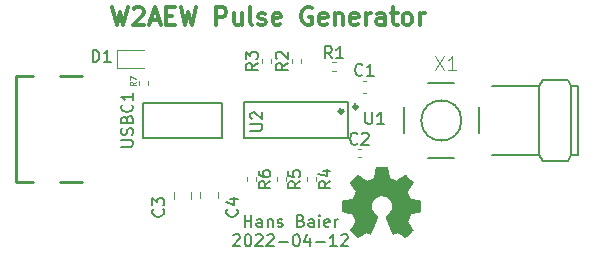
<source format=gbr>
%TF.GenerationSoftware,KiCad,Pcbnew,6.0.4-6f826c9f35~116~ubuntu20.04.1*%
%TF.CreationDate,2022-04-28T13:00:12+07:00*%
%TF.ProjectId,W2AEWPulseGenerator,57324145-5750-4756-9c73-6547656e6572,rev?*%
%TF.SameCoordinates,Original*%
%TF.FileFunction,Legend,Top*%
%TF.FilePolarity,Positive*%
%FSLAX46Y46*%
G04 Gerber Fmt 4.6, Leading zero omitted, Abs format (unit mm)*
G04 Created by KiCad (PCBNEW 6.0.4-6f826c9f35~116~ubuntu20.04.1) date 2022-04-28 13:00:12*
%MOMM*%
%LPD*%
G01*
G04 APERTURE LIST*
%ADD10C,0.150000*%
%ADD11C,0.300000*%
%ADD12C,0.125000*%
%ADD13C,0.101600*%
%ADD14C,0.120000*%
%ADD15C,0.010000*%
%ADD16C,0.200000*%
%ADD17C,0.250000*%
G04 APERTURE END LIST*
D10*
X117255238Y-83927380D02*
X117255238Y-82927380D01*
X117255238Y-83403571D02*
X117826666Y-83403571D01*
X117826666Y-83927380D02*
X117826666Y-82927380D01*
X118731428Y-83927380D02*
X118731428Y-83403571D01*
X118683809Y-83308333D01*
X118588571Y-83260714D01*
X118398095Y-83260714D01*
X118302857Y-83308333D01*
X118731428Y-83879761D02*
X118636190Y-83927380D01*
X118398095Y-83927380D01*
X118302857Y-83879761D01*
X118255238Y-83784523D01*
X118255238Y-83689285D01*
X118302857Y-83594047D01*
X118398095Y-83546428D01*
X118636190Y-83546428D01*
X118731428Y-83498809D01*
X119207619Y-83260714D02*
X119207619Y-83927380D01*
X119207619Y-83355952D02*
X119255238Y-83308333D01*
X119350476Y-83260714D01*
X119493333Y-83260714D01*
X119588571Y-83308333D01*
X119636190Y-83403571D01*
X119636190Y-83927380D01*
X120064761Y-83879761D02*
X120160000Y-83927380D01*
X120350476Y-83927380D01*
X120445714Y-83879761D01*
X120493333Y-83784523D01*
X120493333Y-83736904D01*
X120445714Y-83641666D01*
X120350476Y-83594047D01*
X120207619Y-83594047D01*
X120112380Y-83546428D01*
X120064761Y-83451190D01*
X120064761Y-83403571D01*
X120112380Y-83308333D01*
X120207619Y-83260714D01*
X120350476Y-83260714D01*
X120445714Y-83308333D01*
X122017142Y-83403571D02*
X122160000Y-83451190D01*
X122207619Y-83498809D01*
X122255238Y-83594047D01*
X122255238Y-83736904D01*
X122207619Y-83832142D01*
X122160000Y-83879761D01*
X122064761Y-83927380D01*
X121683809Y-83927380D01*
X121683809Y-82927380D01*
X122017142Y-82927380D01*
X122112380Y-82975000D01*
X122160000Y-83022619D01*
X122207619Y-83117857D01*
X122207619Y-83213095D01*
X122160000Y-83308333D01*
X122112380Y-83355952D01*
X122017142Y-83403571D01*
X121683809Y-83403571D01*
X123112380Y-83927380D02*
X123112380Y-83403571D01*
X123064761Y-83308333D01*
X122969523Y-83260714D01*
X122779047Y-83260714D01*
X122683809Y-83308333D01*
X123112380Y-83879761D02*
X123017142Y-83927380D01*
X122779047Y-83927380D01*
X122683809Y-83879761D01*
X122636190Y-83784523D01*
X122636190Y-83689285D01*
X122683809Y-83594047D01*
X122779047Y-83546428D01*
X123017142Y-83546428D01*
X123112380Y-83498809D01*
X123588571Y-83927380D02*
X123588571Y-83260714D01*
X123588571Y-82927380D02*
X123540952Y-82975000D01*
X123588571Y-83022619D01*
X123636190Y-82975000D01*
X123588571Y-82927380D01*
X123588571Y-83022619D01*
X124445714Y-83879761D02*
X124350476Y-83927380D01*
X124160000Y-83927380D01*
X124064761Y-83879761D01*
X124017142Y-83784523D01*
X124017142Y-83403571D01*
X124064761Y-83308333D01*
X124160000Y-83260714D01*
X124350476Y-83260714D01*
X124445714Y-83308333D01*
X124493333Y-83403571D01*
X124493333Y-83498809D01*
X124017142Y-83594047D01*
X124921904Y-83927380D02*
X124921904Y-83260714D01*
X124921904Y-83451190D02*
X124969523Y-83355952D01*
X125017142Y-83308333D01*
X125112380Y-83260714D01*
X125207619Y-83260714D01*
X116302857Y-84632619D02*
X116350476Y-84585000D01*
X116445714Y-84537380D01*
X116683809Y-84537380D01*
X116779047Y-84585000D01*
X116826666Y-84632619D01*
X116874285Y-84727857D01*
X116874285Y-84823095D01*
X116826666Y-84965952D01*
X116255238Y-85537380D01*
X116874285Y-85537380D01*
X117493333Y-84537380D02*
X117588571Y-84537380D01*
X117683809Y-84585000D01*
X117731428Y-84632619D01*
X117779047Y-84727857D01*
X117826666Y-84918333D01*
X117826666Y-85156428D01*
X117779047Y-85346904D01*
X117731428Y-85442142D01*
X117683809Y-85489761D01*
X117588571Y-85537380D01*
X117493333Y-85537380D01*
X117398095Y-85489761D01*
X117350476Y-85442142D01*
X117302857Y-85346904D01*
X117255238Y-85156428D01*
X117255238Y-84918333D01*
X117302857Y-84727857D01*
X117350476Y-84632619D01*
X117398095Y-84585000D01*
X117493333Y-84537380D01*
X118207619Y-84632619D02*
X118255238Y-84585000D01*
X118350476Y-84537380D01*
X118588571Y-84537380D01*
X118683809Y-84585000D01*
X118731428Y-84632619D01*
X118779047Y-84727857D01*
X118779047Y-84823095D01*
X118731428Y-84965952D01*
X118160000Y-85537380D01*
X118779047Y-85537380D01*
X119160000Y-84632619D02*
X119207619Y-84585000D01*
X119302857Y-84537380D01*
X119540952Y-84537380D01*
X119636190Y-84585000D01*
X119683809Y-84632619D01*
X119731428Y-84727857D01*
X119731428Y-84823095D01*
X119683809Y-84965952D01*
X119112380Y-85537380D01*
X119731428Y-85537380D01*
X120160000Y-85156428D02*
X120921904Y-85156428D01*
X121588571Y-84537380D02*
X121683809Y-84537380D01*
X121779047Y-84585000D01*
X121826666Y-84632619D01*
X121874285Y-84727857D01*
X121921904Y-84918333D01*
X121921904Y-85156428D01*
X121874285Y-85346904D01*
X121826666Y-85442142D01*
X121779047Y-85489761D01*
X121683809Y-85537380D01*
X121588571Y-85537380D01*
X121493333Y-85489761D01*
X121445714Y-85442142D01*
X121398095Y-85346904D01*
X121350476Y-85156428D01*
X121350476Y-84918333D01*
X121398095Y-84727857D01*
X121445714Y-84632619D01*
X121493333Y-84585000D01*
X121588571Y-84537380D01*
X122779047Y-84870714D02*
X122779047Y-85537380D01*
X122540952Y-84489761D02*
X122302857Y-85204047D01*
X122921904Y-85204047D01*
X123302857Y-85156428D02*
X124064761Y-85156428D01*
X125064761Y-85537380D02*
X124493333Y-85537380D01*
X124779047Y-85537380D02*
X124779047Y-84537380D01*
X124683809Y-84680238D01*
X124588571Y-84775476D01*
X124493333Y-84823095D01*
X125445714Y-84632619D02*
X125493333Y-84585000D01*
X125588571Y-84537380D01*
X125826666Y-84537380D01*
X125921904Y-84585000D01*
X125969523Y-84632619D01*
X126017142Y-84727857D01*
X126017142Y-84823095D01*
X125969523Y-84965952D01*
X125398095Y-85537380D01*
X126017142Y-85537380D01*
D11*
X106071428Y-65318571D02*
X106428571Y-66818571D01*
X106714285Y-65747142D01*
X107000000Y-66818571D01*
X107357142Y-65318571D01*
X107857142Y-65461428D02*
X107928571Y-65390000D01*
X108071428Y-65318571D01*
X108428571Y-65318571D01*
X108571428Y-65390000D01*
X108642857Y-65461428D01*
X108714285Y-65604285D01*
X108714285Y-65747142D01*
X108642857Y-65961428D01*
X107785714Y-66818571D01*
X108714285Y-66818571D01*
X109285714Y-66390000D02*
X110000000Y-66390000D01*
X109142857Y-66818571D02*
X109642857Y-65318571D01*
X110142857Y-66818571D01*
X110642857Y-66032857D02*
X111142857Y-66032857D01*
X111357142Y-66818571D02*
X110642857Y-66818571D01*
X110642857Y-65318571D01*
X111357142Y-65318571D01*
X111857142Y-65318571D02*
X112214285Y-66818571D01*
X112500000Y-65747142D01*
X112785714Y-66818571D01*
X113142857Y-65318571D01*
X114857142Y-66818571D02*
X114857142Y-65318571D01*
X115428571Y-65318571D01*
X115571428Y-65390000D01*
X115642857Y-65461428D01*
X115714285Y-65604285D01*
X115714285Y-65818571D01*
X115642857Y-65961428D01*
X115571428Y-66032857D01*
X115428571Y-66104285D01*
X114857142Y-66104285D01*
X117000000Y-65818571D02*
X117000000Y-66818571D01*
X116357142Y-65818571D02*
X116357142Y-66604285D01*
X116428571Y-66747142D01*
X116571428Y-66818571D01*
X116785714Y-66818571D01*
X116928571Y-66747142D01*
X117000000Y-66675714D01*
X117928571Y-66818571D02*
X117785714Y-66747142D01*
X117714285Y-66604285D01*
X117714285Y-65318571D01*
X118428571Y-66747142D02*
X118571428Y-66818571D01*
X118857142Y-66818571D01*
X118999999Y-66747142D01*
X119071428Y-66604285D01*
X119071428Y-66532857D01*
X118999999Y-66390000D01*
X118857142Y-66318571D01*
X118642857Y-66318571D01*
X118499999Y-66247142D01*
X118428571Y-66104285D01*
X118428571Y-66032857D01*
X118499999Y-65890000D01*
X118642857Y-65818571D01*
X118857142Y-65818571D01*
X118999999Y-65890000D01*
X120285714Y-66747142D02*
X120142857Y-66818571D01*
X119857142Y-66818571D01*
X119714285Y-66747142D01*
X119642857Y-66604285D01*
X119642857Y-66032857D01*
X119714285Y-65890000D01*
X119857142Y-65818571D01*
X120142857Y-65818571D01*
X120285714Y-65890000D01*
X120357142Y-66032857D01*
X120357142Y-66175714D01*
X119642857Y-66318571D01*
X122928571Y-65390000D02*
X122785714Y-65318571D01*
X122571428Y-65318571D01*
X122357142Y-65390000D01*
X122214285Y-65532857D01*
X122142857Y-65675714D01*
X122071428Y-65961428D01*
X122071428Y-66175714D01*
X122142857Y-66461428D01*
X122214285Y-66604285D01*
X122357142Y-66747142D01*
X122571428Y-66818571D01*
X122714285Y-66818571D01*
X122928571Y-66747142D01*
X122999999Y-66675714D01*
X122999999Y-66175714D01*
X122714285Y-66175714D01*
X124214285Y-66747142D02*
X124071428Y-66818571D01*
X123785714Y-66818571D01*
X123642857Y-66747142D01*
X123571428Y-66604285D01*
X123571428Y-66032857D01*
X123642857Y-65890000D01*
X123785714Y-65818571D01*
X124071428Y-65818571D01*
X124214285Y-65890000D01*
X124285714Y-66032857D01*
X124285714Y-66175714D01*
X123571428Y-66318571D01*
X124928571Y-65818571D02*
X124928571Y-66818571D01*
X124928571Y-65961428D02*
X125000000Y-65890000D01*
X125142857Y-65818571D01*
X125357142Y-65818571D01*
X125500000Y-65890000D01*
X125571428Y-66032857D01*
X125571428Y-66818571D01*
X126857142Y-66747142D02*
X126714285Y-66818571D01*
X126428571Y-66818571D01*
X126285714Y-66747142D01*
X126214285Y-66604285D01*
X126214285Y-66032857D01*
X126285714Y-65890000D01*
X126428571Y-65818571D01*
X126714285Y-65818571D01*
X126857142Y-65890000D01*
X126928571Y-66032857D01*
X126928571Y-66175714D01*
X126214285Y-66318571D01*
X127571428Y-66818571D02*
X127571428Y-65818571D01*
X127571428Y-66104285D02*
X127642857Y-65961428D01*
X127714285Y-65890000D01*
X127857142Y-65818571D01*
X128000000Y-65818571D01*
X129142857Y-66818571D02*
X129142857Y-66032857D01*
X129071428Y-65890000D01*
X128928571Y-65818571D01*
X128642857Y-65818571D01*
X128500000Y-65890000D01*
X129142857Y-66747142D02*
X129000000Y-66818571D01*
X128642857Y-66818571D01*
X128500000Y-66747142D01*
X128428571Y-66604285D01*
X128428571Y-66461428D01*
X128500000Y-66318571D01*
X128642857Y-66247142D01*
X129000000Y-66247142D01*
X129142857Y-66175714D01*
X129642857Y-65818571D02*
X130214285Y-65818571D01*
X129857142Y-65318571D02*
X129857142Y-66604285D01*
X129928571Y-66747142D01*
X130071428Y-66818571D01*
X130214285Y-66818571D01*
X130928571Y-66818571D02*
X130785714Y-66747142D01*
X130714285Y-66675714D01*
X130642857Y-66532857D01*
X130642857Y-66104285D01*
X130714285Y-65961428D01*
X130785714Y-65890000D01*
X130928571Y-65818571D01*
X131142857Y-65818571D01*
X131285714Y-65890000D01*
X131357142Y-65961428D01*
X131428571Y-66104285D01*
X131428571Y-66532857D01*
X131357142Y-66675714D01*
X131285714Y-66747142D01*
X131142857Y-66818571D01*
X130928571Y-66818571D01*
X132071428Y-66818571D02*
X132071428Y-65818571D01*
X132071428Y-66104285D02*
X132142857Y-65961428D01*
X132214285Y-65890000D01*
X132357142Y-65818571D01*
X132500000Y-65818571D01*
D10*
%TO.C,C4*%
X116607142Y-82416666D02*
X116654761Y-82464285D01*
X116702380Y-82607142D01*
X116702380Y-82702380D01*
X116654761Y-82845238D01*
X116559523Y-82940476D01*
X116464285Y-82988095D01*
X116273809Y-83035714D01*
X116130952Y-83035714D01*
X115940476Y-82988095D01*
X115845238Y-82940476D01*
X115750000Y-82845238D01*
X115702380Y-82702380D01*
X115702380Y-82607142D01*
X115750000Y-82464285D01*
X115797619Y-82416666D01*
X116035714Y-81559523D02*
X116702380Y-81559523D01*
X115654761Y-81797619D02*
X116369047Y-82035714D01*
X116369047Y-81416666D01*
%TO.C,U2*%
X117752380Y-75761904D02*
X118561904Y-75761904D01*
X118657142Y-75714285D01*
X118704761Y-75666666D01*
X118752380Y-75571428D01*
X118752380Y-75380952D01*
X118704761Y-75285714D01*
X118657142Y-75238095D01*
X118561904Y-75190476D01*
X117752380Y-75190476D01*
X117847619Y-74761904D02*
X117800000Y-74714285D01*
X117752380Y-74619047D01*
X117752380Y-74380952D01*
X117800000Y-74285714D01*
X117847619Y-74238095D01*
X117942857Y-74190476D01*
X118038095Y-74190476D01*
X118180952Y-74238095D01*
X118752380Y-74809523D01*
X118752380Y-74190476D01*
%TO.C,R6*%
X119452980Y-80049666D02*
X118976790Y-80383000D01*
X119452980Y-80621095D02*
X118452980Y-80621095D01*
X118452980Y-80240142D01*
X118500600Y-80144904D01*
X118548219Y-80097285D01*
X118643457Y-80049666D01*
X118786314Y-80049666D01*
X118881552Y-80097285D01*
X118929171Y-80144904D01*
X118976790Y-80240142D01*
X118976790Y-80621095D01*
X118452980Y-79192523D02*
X118452980Y-79383000D01*
X118500600Y-79478238D01*
X118548219Y-79525857D01*
X118691076Y-79621095D01*
X118881552Y-79668714D01*
X119262504Y-79668714D01*
X119357742Y-79621095D01*
X119405361Y-79573476D01*
X119452980Y-79478238D01*
X119452980Y-79287761D01*
X119405361Y-79192523D01*
X119357742Y-79144904D01*
X119262504Y-79097285D01*
X119024409Y-79097285D01*
X118929171Y-79144904D01*
X118881552Y-79192523D01*
X118833933Y-79287761D01*
X118833933Y-79478238D01*
X118881552Y-79573476D01*
X118929171Y-79621095D01*
X119024409Y-79668714D01*
D12*
%TO.C,R7*%
X108046190Y-71653333D02*
X107808095Y-71820000D01*
X108046190Y-71939047D02*
X107546190Y-71939047D01*
X107546190Y-71748571D01*
X107570000Y-71700952D01*
X107593809Y-71677142D01*
X107641428Y-71653333D01*
X107712857Y-71653333D01*
X107760476Y-71677142D01*
X107784285Y-71700952D01*
X107808095Y-71748571D01*
X107808095Y-71939047D01*
X107546190Y-71486666D02*
X107546190Y-71153333D01*
X108046190Y-71367619D01*
D13*
%TO.C,X1*%
X133342954Y-69435961D02*
X134121887Y-70604361D01*
X134121887Y-69435961D02*
X133342954Y-70604361D01*
X135179011Y-70604361D02*
X134511354Y-70604361D01*
X134845182Y-70604361D02*
X134845182Y-69435961D01*
X134733906Y-69602876D01*
X134622630Y-69714152D01*
X134511354Y-69769790D01*
D10*
%TO.C,C2*%
X126807933Y-76844942D02*
X126760314Y-76892561D01*
X126617457Y-76940180D01*
X126522219Y-76940180D01*
X126379361Y-76892561D01*
X126284123Y-76797323D01*
X126236504Y-76702085D01*
X126188885Y-76511609D01*
X126188885Y-76368752D01*
X126236504Y-76178276D01*
X126284123Y-76083038D01*
X126379361Y-75987800D01*
X126522219Y-75940180D01*
X126617457Y-75940180D01*
X126760314Y-75987800D01*
X126807933Y-76035419D01*
X127188885Y-76035419D02*
X127236504Y-75987800D01*
X127331742Y-75940180D01*
X127569838Y-75940180D01*
X127665076Y-75987800D01*
X127712695Y-76035419D01*
X127760314Y-76130657D01*
X127760314Y-76225895D01*
X127712695Y-76368752D01*
X127141266Y-76940180D01*
X127760314Y-76940180D01*
%TO.C,R4*%
X124532980Y-80024266D02*
X124056790Y-80357600D01*
X124532980Y-80595695D02*
X123532980Y-80595695D01*
X123532980Y-80214742D01*
X123580600Y-80119504D01*
X123628219Y-80071885D01*
X123723457Y-80024266D01*
X123866314Y-80024266D01*
X123961552Y-80071885D01*
X124009171Y-80119504D01*
X124056790Y-80214742D01*
X124056790Y-80595695D01*
X123866314Y-79167123D02*
X124532980Y-79167123D01*
X123485361Y-79405219D02*
X124199647Y-79643314D01*
X124199647Y-79024266D01*
%TO.C,R3*%
X118357580Y-70044066D02*
X117881390Y-70377400D01*
X118357580Y-70615495D02*
X117357580Y-70615495D01*
X117357580Y-70234542D01*
X117405200Y-70139304D01*
X117452819Y-70091685D01*
X117548057Y-70044066D01*
X117690914Y-70044066D01*
X117786152Y-70091685D01*
X117833771Y-70139304D01*
X117881390Y-70234542D01*
X117881390Y-70615495D01*
X117357580Y-69710733D02*
X117357580Y-69091685D01*
X117738533Y-69425019D01*
X117738533Y-69282161D01*
X117786152Y-69186923D01*
X117833771Y-69139304D01*
X117929009Y-69091685D01*
X118167104Y-69091685D01*
X118262342Y-69139304D01*
X118309961Y-69186923D01*
X118357580Y-69282161D01*
X118357580Y-69567876D01*
X118309961Y-69663114D01*
X118262342Y-69710733D01*
%TO.C,USBC1*%
X106812380Y-77128095D02*
X107621904Y-77128095D01*
X107717142Y-77080476D01*
X107764761Y-77032857D01*
X107812380Y-76937619D01*
X107812380Y-76747142D01*
X107764761Y-76651904D01*
X107717142Y-76604285D01*
X107621904Y-76556666D01*
X106812380Y-76556666D01*
X107764761Y-76128095D02*
X107812380Y-75985238D01*
X107812380Y-75747142D01*
X107764761Y-75651904D01*
X107717142Y-75604285D01*
X107621904Y-75556666D01*
X107526666Y-75556666D01*
X107431428Y-75604285D01*
X107383809Y-75651904D01*
X107336190Y-75747142D01*
X107288571Y-75937619D01*
X107240952Y-76032857D01*
X107193333Y-76080476D01*
X107098095Y-76128095D01*
X107002857Y-76128095D01*
X106907619Y-76080476D01*
X106860000Y-76032857D01*
X106812380Y-75937619D01*
X106812380Y-75699523D01*
X106860000Y-75556666D01*
X107288571Y-74794761D02*
X107336190Y-74651904D01*
X107383809Y-74604285D01*
X107479047Y-74556666D01*
X107621904Y-74556666D01*
X107717142Y-74604285D01*
X107764761Y-74651904D01*
X107812380Y-74747142D01*
X107812380Y-75128095D01*
X106812380Y-75128095D01*
X106812380Y-74794761D01*
X106860000Y-74699523D01*
X106907619Y-74651904D01*
X107002857Y-74604285D01*
X107098095Y-74604285D01*
X107193333Y-74651904D01*
X107240952Y-74699523D01*
X107288571Y-74794761D01*
X107288571Y-75128095D01*
X107717142Y-73556666D02*
X107764761Y-73604285D01*
X107812380Y-73747142D01*
X107812380Y-73842380D01*
X107764761Y-73985238D01*
X107669523Y-74080476D01*
X107574285Y-74128095D01*
X107383809Y-74175714D01*
X107240952Y-74175714D01*
X107050476Y-74128095D01*
X106955238Y-74080476D01*
X106860000Y-73985238D01*
X106812380Y-73842380D01*
X106812380Y-73747142D01*
X106860000Y-73604285D01*
X106907619Y-73556666D01*
X107812380Y-72604285D02*
X107812380Y-73175714D01*
X107812380Y-72890000D02*
X106812380Y-72890000D01*
X106955238Y-72985238D01*
X107050476Y-73080476D01*
X107098095Y-73175714D01*
%TO.C,C3*%
X110357142Y-82416666D02*
X110404761Y-82464285D01*
X110452380Y-82607142D01*
X110452380Y-82702380D01*
X110404761Y-82845238D01*
X110309523Y-82940476D01*
X110214285Y-82988095D01*
X110023809Y-83035714D01*
X109880952Y-83035714D01*
X109690476Y-82988095D01*
X109595238Y-82940476D01*
X109500000Y-82845238D01*
X109452380Y-82702380D01*
X109452380Y-82607142D01*
X109500000Y-82464285D01*
X109547619Y-82416666D01*
X109452380Y-82083333D02*
X109452380Y-81464285D01*
X109833333Y-81797619D01*
X109833333Y-81654761D01*
X109880952Y-81559523D01*
X109928571Y-81511904D01*
X110023809Y-81464285D01*
X110261904Y-81464285D01*
X110357142Y-81511904D01*
X110404761Y-81559523D01*
X110452380Y-81654761D01*
X110452380Y-81940476D01*
X110404761Y-82035714D01*
X110357142Y-82083333D01*
%TO.C,R2*%
X120897580Y-70042066D02*
X120421390Y-70375400D01*
X120897580Y-70613495D02*
X119897580Y-70613495D01*
X119897580Y-70232542D01*
X119945200Y-70137304D01*
X119992819Y-70089685D01*
X120088057Y-70042066D01*
X120230914Y-70042066D01*
X120326152Y-70089685D01*
X120373771Y-70137304D01*
X120421390Y-70232542D01*
X120421390Y-70613495D01*
X119992819Y-69661114D02*
X119945200Y-69613495D01*
X119897580Y-69518257D01*
X119897580Y-69280161D01*
X119945200Y-69184923D01*
X119992819Y-69137304D01*
X120088057Y-69089685D01*
X120183295Y-69089685D01*
X120326152Y-69137304D01*
X120897580Y-69708733D01*
X120897580Y-69089685D01*
%TO.C,R5*%
X121967580Y-80049666D02*
X121491390Y-80383000D01*
X121967580Y-80621095D02*
X120967580Y-80621095D01*
X120967580Y-80240142D01*
X121015200Y-80144904D01*
X121062819Y-80097285D01*
X121158057Y-80049666D01*
X121300914Y-80049666D01*
X121396152Y-80097285D01*
X121443771Y-80144904D01*
X121491390Y-80240142D01*
X121491390Y-80621095D01*
X120967580Y-79144904D02*
X120967580Y-79621095D01*
X121443771Y-79668714D01*
X121396152Y-79621095D01*
X121348533Y-79525857D01*
X121348533Y-79287761D01*
X121396152Y-79192523D01*
X121443771Y-79144904D01*
X121539009Y-79097285D01*
X121777104Y-79097285D01*
X121872342Y-79144904D01*
X121919961Y-79192523D01*
X121967580Y-79287761D01*
X121967580Y-79525857D01*
X121919961Y-79621095D01*
X121872342Y-79668714D01*
%TO.C,D1*%
X104401904Y-69932380D02*
X104401904Y-68932380D01*
X104640000Y-68932380D01*
X104782857Y-68980000D01*
X104878095Y-69075238D01*
X104925714Y-69170476D01*
X104973333Y-69360952D01*
X104973333Y-69503809D01*
X104925714Y-69694285D01*
X104878095Y-69789523D01*
X104782857Y-69884761D01*
X104640000Y-69932380D01*
X104401904Y-69932380D01*
X105925714Y-69932380D02*
X105354285Y-69932380D01*
X105640000Y-69932380D02*
X105640000Y-68932380D01*
X105544761Y-69075238D01*
X105449523Y-69170476D01*
X105354285Y-69218095D01*
%TO.C,R1*%
X124648933Y-69640380D02*
X124315600Y-69164190D01*
X124077504Y-69640380D02*
X124077504Y-68640380D01*
X124458457Y-68640380D01*
X124553695Y-68688000D01*
X124601314Y-68735619D01*
X124648933Y-68830857D01*
X124648933Y-68973714D01*
X124601314Y-69068952D01*
X124553695Y-69116571D01*
X124458457Y-69164190D01*
X124077504Y-69164190D01*
X125601314Y-69640380D02*
X125029885Y-69640380D01*
X125315600Y-69640380D02*
X125315600Y-68640380D01*
X125220361Y-68783238D01*
X125125123Y-68878476D01*
X125029885Y-68926095D01*
%TO.C,C1*%
X127239733Y-71012342D02*
X127192114Y-71059961D01*
X127049257Y-71107580D01*
X126954019Y-71107580D01*
X126811161Y-71059961D01*
X126715923Y-70964723D01*
X126668304Y-70869485D01*
X126620685Y-70679009D01*
X126620685Y-70536152D01*
X126668304Y-70345676D01*
X126715923Y-70250438D01*
X126811161Y-70155200D01*
X126954019Y-70107580D01*
X127049257Y-70107580D01*
X127192114Y-70155200D01*
X127239733Y-70202819D01*
X128192114Y-71107580D02*
X127620685Y-71107580D01*
X127906400Y-71107580D02*
X127906400Y-70107580D01*
X127811161Y-70250438D01*
X127715923Y-70345676D01*
X127620685Y-70393295D01*
%TO.C,U1*%
X127488095Y-74202380D02*
X127488095Y-75011904D01*
X127535714Y-75107142D01*
X127583333Y-75154761D01*
X127678571Y-75202380D01*
X127869047Y-75202380D01*
X127964285Y-75154761D01*
X128011904Y-75107142D01*
X128059523Y-75011904D01*
X128059523Y-74202380D01*
X129059523Y-75202380D02*
X128488095Y-75202380D01*
X128773809Y-75202380D02*
X128773809Y-74202380D01*
X128678571Y-74345238D01*
X128583333Y-74440476D01*
X128488095Y-74488095D01*
D14*
%TO.C,C4*%
X114985000Y-80938748D02*
X114985000Y-81461252D01*
X113515000Y-80938748D02*
X113515000Y-81461252D01*
D10*
%TO.C,U2*%
X115330000Y-76370000D02*
X108670000Y-76370000D01*
X115330000Y-73430000D02*
X115330000Y-76370000D01*
X108670000Y-76370000D02*
X108670000Y-73430000D01*
X108670000Y-73430000D02*
X115330000Y-73430000D01*
D14*
%TO.C,R6*%
X117450600Y-79729359D02*
X117450600Y-80036641D01*
X118210600Y-79729359D02*
X118210600Y-80036641D01*
%TO.C,N1*%
G36*
X129384614Y-79307731D02*
G01*
X129468435Y-79752355D01*
X129777720Y-79879853D01*
X130087006Y-80007351D01*
X130458046Y-79755046D01*
X130561957Y-79684796D01*
X130655887Y-79622072D01*
X130735452Y-79569738D01*
X130796270Y-79530657D01*
X130833957Y-79507693D01*
X130844221Y-79502742D01*
X130862710Y-79515476D01*
X130902220Y-79550682D01*
X130958322Y-79603862D01*
X131026587Y-79670518D01*
X131102586Y-79746154D01*
X131181892Y-79826272D01*
X131260075Y-79906374D01*
X131332707Y-79981964D01*
X131395359Y-80048545D01*
X131443603Y-80101618D01*
X131473010Y-80136687D01*
X131480041Y-80148423D01*
X131469923Y-80170060D01*
X131441559Y-80217462D01*
X131397929Y-80285993D01*
X131342018Y-80371015D01*
X131276806Y-80467893D01*
X131239019Y-80523150D01*
X131170143Y-80624048D01*
X131108940Y-80715099D01*
X131058378Y-80791770D01*
X131021428Y-80849528D01*
X131001058Y-80883843D01*
X130997997Y-80891054D01*
X131004936Y-80911548D01*
X131023851Y-80959313D01*
X131051887Y-81027632D01*
X131086191Y-81109789D01*
X131123909Y-81199070D01*
X131162187Y-81288758D01*
X131198170Y-81372138D01*
X131229006Y-81442494D01*
X131251839Y-81493110D01*
X131263817Y-81517271D01*
X131264524Y-81518222D01*
X131283331Y-81522836D01*
X131333418Y-81533128D01*
X131409593Y-81548087D01*
X131506665Y-81566701D01*
X131619443Y-81587959D01*
X131685242Y-81600218D01*
X131805750Y-81623162D01*
X131914597Y-81644995D01*
X132006276Y-81664522D01*
X132075281Y-81680548D01*
X132116104Y-81691879D01*
X132124311Y-81695474D01*
X132132348Y-81719806D01*
X132138833Y-81774759D01*
X132143770Y-81853908D01*
X132147164Y-81950826D01*
X132149018Y-82059087D01*
X132149338Y-82172265D01*
X132148127Y-82283935D01*
X132145390Y-82387668D01*
X132141131Y-82477041D01*
X132135355Y-82545626D01*
X132128067Y-82586997D01*
X132123695Y-82595610D01*
X132097564Y-82605933D01*
X132042193Y-82620692D01*
X131964907Y-82638152D01*
X131873030Y-82656580D01*
X131840958Y-82662541D01*
X131686324Y-82690866D01*
X131564175Y-82713676D01*
X131470473Y-82731880D01*
X131401184Y-82746383D01*
X131352271Y-82758092D01*
X131319697Y-82767915D01*
X131299428Y-82776756D01*
X131287426Y-82785524D01*
X131285747Y-82787257D01*
X131268984Y-82815171D01*
X131243414Y-82869495D01*
X131211588Y-82943577D01*
X131176060Y-83030765D01*
X131139383Y-83124408D01*
X131104111Y-83217852D01*
X131072796Y-83304447D01*
X131047993Y-83377540D01*
X131032254Y-83430478D01*
X131028132Y-83456611D01*
X131028476Y-83457526D01*
X131042441Y-83478886D01*
X131074122Y-83525884D01*
X131120191Y-83593627D01*
X131177318Y-83677223D01*
X131242173Y-83771782D01*
X131260643Y-83798654D01*
X131326499Y-83896075D01*
X131384450Y-83984963D01*
X131431338Y-84060212D01*
X131464007Y-84116720D01*
X131479300Y-84149381D01*
X131480041Y-84153393D01*
X131467192Y-84174484D01*
X131431688Y-84216264D01*
X131378093Y-84274245D01*
X131310971Y-84343935D01*
X131234887Y-84420845D01*
X131154404Y-84500483D01*
X131074087Y-84578361D01*
X130998499Y-84649986D01*
X130932205Y-84710870D01*
X130879769Y-84756521D01*
X130845755Y-84782450D01*
X130836345Y-84786683D01*
X130814443Y-84776712D01*
X130769600Y-84749820D01*
X130709121Y-84710536D01*
X130662589Y-84678917D01*
X130578275Y-84620898D01*
X130478426Y-84552584D01*
X130378273Y-84484379D01*
X130324427Y-84447875D01*
X130142171Y-84324600D01*
X129989181Y-84407320D01*
X129919482Y-84443559D01*
X129860214Y-84471726D01*
X129820111Y-84487791D01*
X129809903Y-84490026D01*
X129797629Y-84473522D01*
X129773413Y-84426882D01*
X129739063Y-84354409D01*
X129696388Y-84260406D01*
X129647194Y-84149174D01*
X129593290Y-84025015D01*
X129536484Y-83892232D01*
X129478582Y-83755127D01*
X129421393Y-83618002D01*
X129366724Y-83485158D01*
X129316384Y-83360898D01*
X129272180Y-83249525D01*
X129235919Y-83155339D01*
X129209409Y-83082644D01*
X129194458Y-83035741D01*
X129192054Y-83019633D01*
X129211111Y-82999086D01*
X129252836Y-82965733D01*
X129308506Y-82926502D01*
X129313178Y-82923399D01*
X129457064Y-82808223D01*
X129573083Y-82673853D01*
X129660230Y-82524584D01*
X129717499Y-82364713D01*
X129743886Y-82198537D01*
X129738385Y-82030352D01*
X129699990Y-81864455D01*
X129627695Y-81705142D01*
X129606426Y-81670287D01*
X129495796Y-81529537D01*
X129365102Y-81416514D01*
X129218864Y-81331803D01*
X129061608Y-81275994D01*
X128897857Y-81249674D01*
X128732133Y-81253430D01*
X128568962Y-81287850D01*
X128412865Y-81353523D01*
X128268367Y-81451035D01*
X128223669Y-81490613D01*
X128109912Y-81614503D01*
X128027018Y-81744924D01*
X127970156Y-81891115D01*
X127938487Y-82035888D01*
X127930669Y-82198660D01*
X127956738Y-82362240D01*
X128014045Y-82521098D01*
X128099944Y-82669706D01*
X128211786Y-82802535D01*
X128346923Y-82914056D01*
X128364683Y-82925811D01*
X128420950Y-82964308D01*
X128463723Y-82997663D01*
X128484172Y-83018960D01*
X128484469Y-83019633D01*
X128480079Y-83042671D01*
X128462676Y-83094957D01*
X128434068Y-83172190D01*
X128396065Y-83270068D01*
X128350474Y-83384291D01*
X128299103Y-83510558D01*
X128243762Y-83644567D01*
X128186258Y-83782018D01*
X128128401Y-83918608D01*
X128071998Y-84050037D01*
X128018858Y-84172005D01*
X127970790Y-84280209D01*
X127929601Y-84370349D01*
X127897101Y-84438123D01*
X127875097Y-84479230D01*
X127866236Y-84490026D01*
X127839160Y-84481619D01*
X127788497Y-84459072D01*
X127722983Y-84426413D01*
X127686959Y-84407320D01*
X127533968Y-84324600D01*
X127351712Y-84447875D01*
X127258675Y-84511028D01*
X127156815Y-84580527D01*
X127061362Y-84645965D01*
X127013550Y-84678917D01*
X126946305Y-84724073D01*
X126889364Y-84759857D01*
X126850154Y-84781738D01*
X126837419Y-84786363D01*
X126818883Y-84773885D01*
X126777859Y-84739052D01*
X126718325Y-84685478D01*
X126644258Y-84616783D01*
X126559635Y-84536581D01*
X126506115Y-84485086D01*
X126412481Y-84393086D01*
X126331559Y-84310799D01*
X126266623Y-84241745D01*
X126220942Y-84189444D01*
X126197789Y-84157416D01*
X126195568Y-84150916D01*
X126205876Y-84126194D01*
X126234361Y-84076205D01*
X126277863Y-84006012D01*
X126333223Y-83920675D01*
X126397280Y-83825256D01*
X126415497Y-83798654D01*
X126481873Y-83701967D01*
X126541422Y-83614917D01*
X126590816Y-83542395D01*
X126626725Y-83489293D01*
X126645819Y-83460503D01*
X126647664Y-83457526D01*
X126644905Y-83434582D01*
X126630262Y-83384136D01*
X126606287Y-83312841D01*
X126575534Y-83227347D01*
X126540556Y-83134307D01*
X126503907Y-83040374D01*
X126468139Y-82952199D01*
X126435806Y-82876434D01*
X126409462Y-82819731D01*
X126391658Y-82788743D01*
X126390393Y-82787257D01*
X126379506Y-82778401D01*
X126361118Y-82769643D01*
X126331194Y-82760077D01*
X126285697Y-82748796D01*
X126220591Y-82734893D01*
X126131839Y-82717463D01*
X126015407Y-82695598D01*
X125867258Y-82668391D01*
X125835182Y-82662541D01*
X125740114Y-82644174D01*
X125657235Y-82626205D01*
X125593870Y-82610369D01*
X125557342Y-82598400D01*
X125552444Y-82595610D01*
X125544373Y-82570872D01*
X125537813Y-82515590D01*
X125532767Y-82436189D01*
X125529241Y-82339096D01*
X125527239Y-82230738D01*
X125526764Y-82117540D01*
X125527823Y-82005928D01*
X125530418Y-81902329D01*
X125534554Y-81813168D01*
X125540237Y-81744872D01*
X125547469Y-81703866D01*
X125551829Y-81695474D01*
X125576102Y-81687008D01*
X125631374Y-81673235D01*
X125712138Y-81655350D01*
X125812888Y-81634548D01*
X125928117Y-81612023D01*
X125990898Y-81600218D01*
X126110013Y-81577951D01*
X126216235Y-81557779D01*
X126304373Y-81540715D01*
X126369234Y-81527769D01*
X126405626Y-81519955D01*
X126411616Y-81518222D01*
X126421739Y-81498690D01*
X126443138Y-81451643D01*
X126472961Y-81383803D01*
X126508355Y-81301891D01*
X126546468Y-81212628D01*
X126584447Y-81122735D01*
X126619440Y-81038935D01*
X126648594Y-80967947D01*
X126669057Y-80916494D01*
X126677977Y-80891297D01*
X126678143Y-80890196D01*
X126668031Y-80870319D01*
X126639683Y-80824577D01*
X126596077Y-80757517D01*
X126540194Y-80673684D01*
X126475013Y-80577626D01*
X126437121Y-80522450D01*
X126368075Y-80421281D01*
X126306750Y-80329430D01*
X126256137Y-80251544D01*
X126219229Y-80192269D01*
X126199018Y-80156251D01*
X126196099Y-80148177D01*
X126208647Y-80129384D01*
X126243337Y-80089257D01*
X126295737Y-80032293D01*
X126361416Y-79962985D01*
X126435944Y-79885831D01*
X126514887Y-79805325D01*
X126593817Y-79725963D01*
X126668300Y-79652240D01*
X126733906Y-79588652D01*
X126786204Y-79539694D01*
X126820761Y-79509861D01*
X126832322Y-79502742D01*
X126851146Y-79512753D01*
X126896169Y-79540878D01*
X126963013Y-79584254D01*
X127047301Y-79640018D01*
X127144656Y-79705306D01*
X127218093Y-79755046D01*
X127589133Y-80007351D01*
X128207705Y-79752355D01*
X128291525Y-79307731D01*
X128375346Y-78863107D01*
X129300794Y-78863107D01*
X129384614Y-79307731D01*
G37*
D15*
X129384614Y-79307731D02*
X129468435Y-79752355D01*
X129777720Y-79879853D01*
X130087006Y-80007351D01*
X130458046Y-79755046D01*
X130561957Y-79684796D01*
X130655887Y-79622072D01*
X130735452Y-79569738D01*
X130796270Y-79530657D01*
X130833957Y-79507693D01*
X130844221Y-79502742D01*
X130862710Y-79515476D01*
X130902220Y-79550682D01*
X130958322Y-79603862D01*
X131026587Y-79670518D01*
X131102586Y-79746154D01*
X131181892Y-79826272D01*
X131260075Y-79906374D01*
X131332707Y-79981964D01*
X131395359Y-80048545D01*
X131443603Y-80101618D01*
X131473010Y-80136687D01*
X131480041Y-80148423D01*
X131469923Y-80170060D01*
X131441559Y-80217462D01*
X131397929Y-80285993D01*
X131342018Y-80371015D01*
X131276806Y-80467893D01*
X131239019Y-80523150D01*
X131170143Y-80624048D01*
X131108940Y-80715099D01*
X131058378Y-80791770D01*
X131021428Y-80849528D01*
X131001058Y-80883843D01*
X130997997Y-80891054D01*
X131004936Y-80911548D01*
X131023851Y-80959313D01*
X131051887Y-81027632D01*
X131086191Y-81109789D01*
X131123909Y-81199070D01*
X131162187Y-81288758D01*
X131198170Y-81372138D01*
X131229006Y-81442494D01*
X131251839Y-81493110D01*
X131263817Y-81517271D01*
X131264524Y-81518222D01*
X131283331Y-81522836D01*
X131333418Y-81533128D01*
X131409593Y-81548087D01*
X131506665Y-81566701D01*
X131619443Y-81587959D01*
X131685242Y-81600218D01*
X131805750Y-81623162D01*
X131914597Y-81644995D01*
X132006276Y-81664522D01*
X132075281Y-81680548D01*
X132116104Y-81691879D01*
X132124311Y-81695474D01*
X132132348Y-81719806D01*
X132138833Y-81774759D01*
X132143770Y-81853908D01*
X132147164Y-81950826D01*
X132149018Y-82059087D01*
X132149338Y-82172265D01*
X132148127Y-82283935D01*
X132145390Y-82387668D01*
X132141131Y-82477041D01*
X132135355Y-82545626D01*
X132128067Y-82586997D01*
X132123695Y-82595610D01*
X132097564Y-82605933D01*
X132042193Y-82620692D01*
X131964907Y-82638152D01*
X131873030Y-82656580D01*
X131840958Y-82662541D01*
X131686324Y-82690866D01*
X131564175Y-82713676D01*
X131470473Y-82731880D01*
X131401184Y-82746383D01*
X131352271Y-82758092D01*
X131319697Y-82767915D01*
X131299428Y-82776756D01*
X131287426Y-82785524D01*
X131285747Y-82787257D01*
X131268984Y-82815171D01*
X131243414Y-82869495D01*
X131211588Y-82943577D01*
X131176060Y-83030765D01*
X131139383Y-83124408D01*
X131104111Y-83217852D01*
X131072796Y-83304447D01*
X131047993Y-83377540D01*
X131032254Y-83430478D01*
X131028132Y-83456611D01*
X131028476Y-83457526D01*
X131042441Y-83478886D01*
X131074122Y-83525884D01*
X131120191Y-83593627D01*
X131177318Y-83677223D01*
X131242173Y-83771782D01*
X131260643Y-83798654D01*
X131326499Y-83896075D01*
X131384450Y-83984963D01*
X131431338Y-84060212D01*
X131464007Y-84116720D01*
X131479300Y-84149381D01*
X131480041Y-84153393D01*
X131467192Y-84174484D01*
X131431688Y-84216264D01*
X131378093Y-84274245D01*
X131310971Y-84343935D01*
X131234887Y-84420845D01*
X131154404Y-84500483D01*
X131074087Y-84578361D01*
X130998499Y-84649986D01*
X130932205Y-84710870D01*
X130879769Y-84756521D01*
X130845755Y-84782450D01*
X130836345Y-84786683D01*
X130814443Y-84776712D01*
X130769600Y-84749820D01*
X130709121Y-84710536D01*
X130662589Y-84678917D01*
X130578275Y-84620898D01*
X130478426Y-84552584D01*
X130378273Y-84484379D01*
X130324427Y-84447875D01*
X130142171Y-84324600D01*
X129989181Y-84407320D01*
X129919482Y-84443559D01*
X129860214Y-84471726D01*
X129820111Y-84487791D01*
X129809903Y-84490026D01*
X129797629Y-84473522D01*
X129773413Y-84426882D01*
X129739063Y-84354409D01*
X129696388Y-84260406D01*
X129647194Y-84149174D01*
X129593290Y-84025015D01*
X129536484Y-83892232D01*
X129478582Y-83755127D01*
X129421393Y-83618002D01*
X129366724Y-83485158D01*
X129316384Y-83360898D01*
X129272180Y-83249525D01*
X129235919Y-83155339D01*
X129209409Y-83082644D01*
X129194458Y-83035741D01*
X129192054Y-83019633D01*
X129211111Y-82999086D01*
X129252836Y-82965733D01*
X129308506Y-82926502D01*
X129313178Y-82923399D01*
X129457064Y-82808223D01*
X129573083Y-82673853D01*
X129660230Y-82524584D01*
X129717499Y-82364713D01*
X129743886Y-82198537D01*
X129738385Y-82030352D01*
X129699990Y-81864455D01*
X129627695Y-81705142D01*
X129606426Y-81670287D01*
X129495796Y-81529537D01*
X129365102Y-81416514D01*
X129218864Y-81331803D01*
X129061608Y-81275994D01*
X128897857Y-81249674D01*
X128732133Y-81253430D01*
X128568962Y-81287850D01*
X128412865Y-81353523D01*
X128268367Y-81451035D01*
X128223669Y-81490613D01*
X128109912Y-81614503D01*
X128027018Y-81744924D01*
X127970156Y-81891115D01*
X127938487Y-82035888D01*
X127930669Y-82198660D01*
X127956738Y-82362240D01*
X128014045Y-82521098D01*
X128099944Y-82669706D01*
X128211786Y-82802535D01*
X128346923Y-82914056D01*
X128364683Y-82925811D01*
X128420950Y-82964308D01*
X128463723Y-82997663D01*
X128484172Y-83018960D01*
X128484469Y-83019633D01*
X128480079Y-83042671D01*
X128462676Y-83094957D01*
X128434068Y-83172190D01*
X128396065Y-83270068D01*
X128350474Y-83384291D01*
X128299103Y-83510558D01*
X128243762Y-83644567D01*
X128186258Y-83782018D01*
X128128401Y-83918608D01*
X128071998Y-84050037D01*
X128018858Y-84172005D01*
X127970790Y-84280209D01*
X127929601Y-84370349D01*
X127897101Y-84438123D01*
X127875097Y-84479230D01*
X127866236Y-84490026D01*
X127839160Y-84481619D01*
X127788497Y-84459072D01*
X127722983Y-84426413D01*
X127686959Y-84407320D01*
X127533968Y-84324600D01*
X127351712Y-84447875D01*
X127258675Y-84511028D01*
X127156815Y-84580527D01*
X127061362Y-84645965D01*
X127013550Y-84678917D01*
X126946305Y-84724073D01*
X126889364Y-84759857D01*
X126850154Y-84781738D01*
X126837419Y-84786363D01*
X126818883Y-84773885D01*
X126777859Y-84739052D01*
X126718325Y-84685478D01*
X126644258Y-84616783D01*
X126559635Y-84536581D01*
X126506115Y-84485086D01*
X126412481Y-84393086D01*
X126331559Y-84310799D01*
X126266623Y-84241745D01*
X126220942Y-84189444D01*
X126197789Y-84157416D01*
X126195568Y-84150916D01*
X126205876Y-84126194D01*
X126234361Y-84076205D01*
X126277863Y-84006012D01*
X126333223Y-83920675D01*
X126397280Y-83825256D01*
X126415497Y-83798654D01*
X126481873Y-83701967D01*
X126541422Y-83614917D01*
X126590816Y-83542395D01*
X126626725Y-83489293D01*
X126645819Y-83460503D01*
X126647664Y-83457526D01*
X126644905Y-83434582D01*
X126630262Y-83384136D01*
X126606287Y-83312841D01*
X126575534Y-83227347D01*
X126540556Y-83134307D01*
X126503907Y-83040374D01*
X126468139Y-82952199D01*
X126435806Y-82876434D01*
X126409462Y-82819731D01*
X126391658Y-82788743D01*
X126390393Y-82787257D01*
X126379506Y-82778401D01*
X126361118Y-82769643D01*
X126331194Y-82760077D01*
X126285697Y-82748796D01*
X126220591Y-82734893D01*
X126131839Y-82717463D01*
X126015407Y-82695598D01*
X125867258Y-82668391D01*
X125835182Y-82662541D01*
X125740114Y-82644174D01*
X125657235Y-82626205D01*
X125593870Y-82610369D01*
X125557342Y-82598400D01*
X125552444Y-82595610D01*
X125544373Y-82570872D01*
X125537813Y-82515590D01*
X125532767Y-82436189D01*
X125529241Y-82339096D01*
X125527239Y-82230738D01*
X125526764Y-82117540D01*
X125527823Y-82005928D01*
X125530418Y-81902329D01*
X125534554Y-81813168D01*
X125540237Y-81744872D01*
X125547469Y-81703866D01*
X125551829Y-81695474D01*
X125576102Y-81687008D01*
X125631374Y-81673235D01*
X125712138Y-81655350D01*
X125812888Y-81634548D01*
X125928117Y-81612023D01*
X125990898Y-81600218D01*
X126110013Y-81577951D01*
X126216235Y-81557779D01*
X126304373Y-81540715D01*
X126369234Y-81527769D01*
X126405626Y-81519955D01*
X126411616Y-81518222D01*
X126421739Y-81498690D01*
X126443138Y-81451643D01*
X126472961Y-81383803D01*
X126508355Y-81301891D01*
X126546468Y-81212628D01*
X126584447Y-81122735D01*
X126619440Y-81038935D01*
X126648594Y-80967947D01*
X126669057Y-80916494D01*
X126677977Y-80891297D01*
X126678143Y-80890196D01*
X126668031Y-80870319D01*
X126639683Y-80824577D01*
X126596077Y-80757517D01*
X126540194Y-80673684D01*
X126475013Y-80577626D01*
X126437121Y-80522450D01*
X126368075Y-80421281D01*
X126306750Y-80329430D01*
X126256137Y-80251544D01*
X126219229Y-80192269D01*
X126199018Y-80156251D01*
X126196099Y-80148177D01*
X126208647Y-80129384D01*
X126243337Y-80089257D01*
X126295737Y-80032293D01*
X126361416Y-79962985D01*
X126435944Y-79885831D01*
X126514887Y-79805325D01*
X126593817Y-79725963D01*
X126668300Y-79652240D01*
X126733906Y-79588652D01*
X126786204Y-79539694D01*
X126820761Y-79509861D01*
X126832322Y-79502742D01*
X126851146Y-79512753D01*
X126896169Y-79540878D01*
X126963013Y-79584254D01*
X127047301Y-79640018D01*
X127144656Y-79705306D01*
X127218093Y-79755046D01*
X127589133Y-80007351D01*
X128207705Y-79752355D01*
X128291525Y-79307731D01*
X128375346Y-78863107D01*
X129300794Y-78863107D01*
X129384614Y-79307731D01*
D14*
%TO.C,R7*%
X109110000Y-71873641D02*
X109110000Y-71566359D01*
X108350000Y-71873641D02*
X108350000Y-71566359D01*
D16*
%TO.C,X1*%
X142221150Y-77804600D02*
X142221150Y-72004600D01*
X142221150Y-77804600D02*
X142521150Y-78304600D01*
X142521150Y-71504600D02*
X144621150Y-71504600D01*
X142521150Y-78304600D02*
X144621150Y-78304600D01*
X138221150Y-72004600D02*
X142221150Y-72004600D01*
X137121150Y-73804600D02*
X137121150Y-76004600D01*
X144921150Y-72004600D02*
X145521150Y-72004600D01*
X135021150Y-78104600D02*
X132821150Y-78104600D01*
X138221150Y-77804600D02*
X142221150Y-77804600D01*
X142221150Y-72004600D02*
X142521150Y-71504600D01*
X144621150Y-78304600D02*
X144921150Y-77804600D01*
X130721150Y-76004600D02*
X130721150Y-73804600D01*
X145521150Y-77804600D02*
X145521150Y-72004600D01*
X144921150Y-77804600D02*
X145521150Y-77804600D01*
X144621150Y-71504600D02*
X144921150Y-72004600D01*
X144921150Y-77804600D02*
X144921150Y-72004600D01*
X132821150Y-71704600D02*
X135021150Y-71704600D01*
X135621150Y-74904600D02*
G75*
G03*
X135621150Y-74904600I-1700000J0D01*
G01*
D14*
%TO.C,C2*%
X126866764Y-78007800D02*
X127082436Y-78007800D01*
X126866764Y-77287800D02*
X127082436Y-77287800D01*
%TO.C,R4*%
X123290600Y-79703959D02*
X123290600Y-80011241D01*
X122530600Y-79703959D02*
X122530600Y-80011241D01*
%TO.C,R3*%
X119455200Y-70031041D02*
X119455200Y-69723759D01*
X118695200Y-70031041D02*
X118695200Y-69723759D01*
D17*
%TO.C,USBC1*%
X97874600Y-80107900D02*
X97874600Y-71167900D01*
X101594600Y-80107900D02*
X103454600Y-80107900D01*
X101594600Y-71167900D02*
X103454600Y-71167900D01*
X97874600Y-80107900D02*
X99354600Y-80107900D01*
X97874600Y-71167900D02*
X99354600Y-71167900D01*
D14*
%TO.C,C3*%
X111265000Y-81511252D02*
X111265000Y-80988748D01*
X112735000Y-81511252D02*
X112735000Y-80988748D01*
%TO.C,R2*%
X121235200Y-70029041D02*
X121235200Y-69721759D01*
X121995200Y-70029041D02*
X121995200Y-69721759D01*
%TO.C,R5*%
X120725200Y-79729359D02*
X120725200Y-80036641D01*
X119965200Y-79729359D02*
X119965200Y-80036641D01*
%TO.C,D1*%
X106485000Y-68975000D02*
X106485000Y-70445000D01*
X108770000Y-68975000D02*
X106485000Y-68975000D01*
X106485000Y-70445000D02*
X108770000Y-70445000D01*
%TO.C,R1*%
X124661959Y-69978000D02*
X124969241Y-69978000D01*
X124661959Y-70738000D02*
X124969241Y-70738000D01*
%TO.C,C1*%
X127265820Y-72595200D02*
X127546980Y-72595200D01*
X127265820Y-71575200D02*
X127546980Y-71575200D01*
D10*
%TO.C,U1*%
X126015200Y-76399200D02*
X117215200Y-76399200D01*
X117215200Y-76399200D02*
X117215200Y-73359200D01*
X117215200Y-73359200D02*
X126015200Y-73359200D01*
X126015200Y-73359200D02*
X126015200Y-76399200D01*
D11*
X125575200Y-74109200D02*
G75*
G03*
X125575200Y-74109200I-150000J0D01*
G01*
X126794400Y-73761600D02*
G75*
G03*
X126794400Y-73761600I-150000J0D01*
G01*
%TD*%
M02*

</source>
